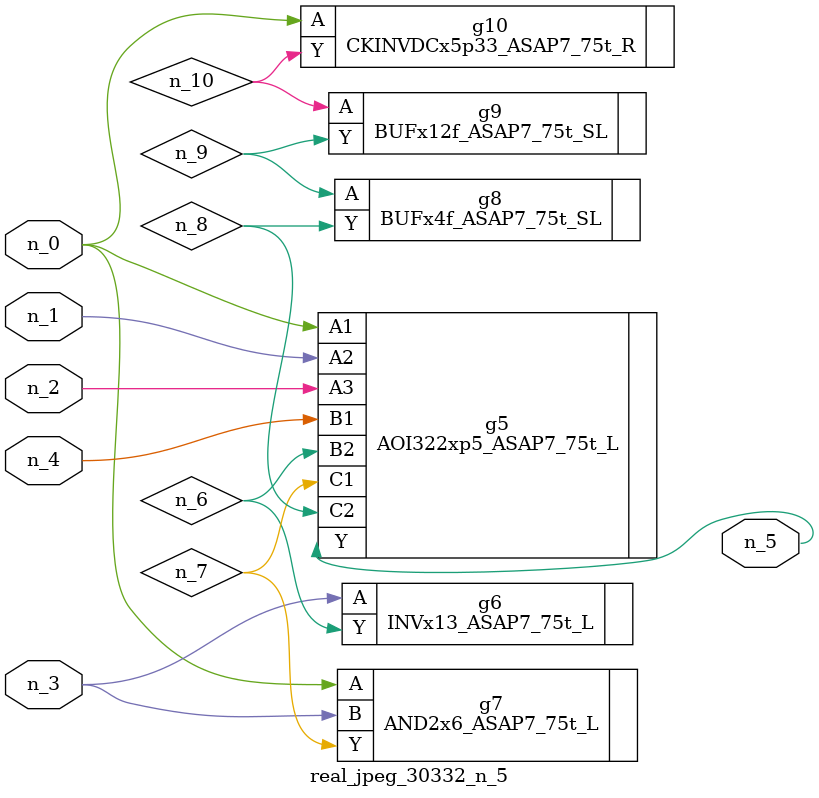
<source format=v>
module real_jpeg_30332_n_5 (n_4, n_0, n_1, n_2, n_3, n_5);

input n_4;
input n_0;
input n_1;
input n_2;
input n_3;

output n_5;

wire n_8;
wire n_6;
wire n_7;
wire n_10;
wire n_9;

AOI322xp5_ASAP7_75t_L g5 ( 
.A1(n_0),
.A2(n_1),
.A3(n_2),
.B1(n_4),
.B2(n_6),
.C1(n_7),
.C2(n_8),
.Y(n_5)
);

AND2x6_ASAP7_75t_L g7 ( 
.A(n_0),
.B(n_3),
.Y(n_7)
);

CKINVDCx5p33_ASAP7_75t_R g10 ( 
.A(n_0),
.Y(n_10)
);

INVx13_ASAP7_75t_L g6 ( 
.A(n_3),
.Y(n_6)
);

BUFx4f_ASAP7_75t_SL g8 ( 
.A(n_9),
.Y(n_8)
);

BUFx12f_ASAP7_75t_SL g9 ( 
.A(n_10),
.Y(n_9)
);


endmodule
</source>
